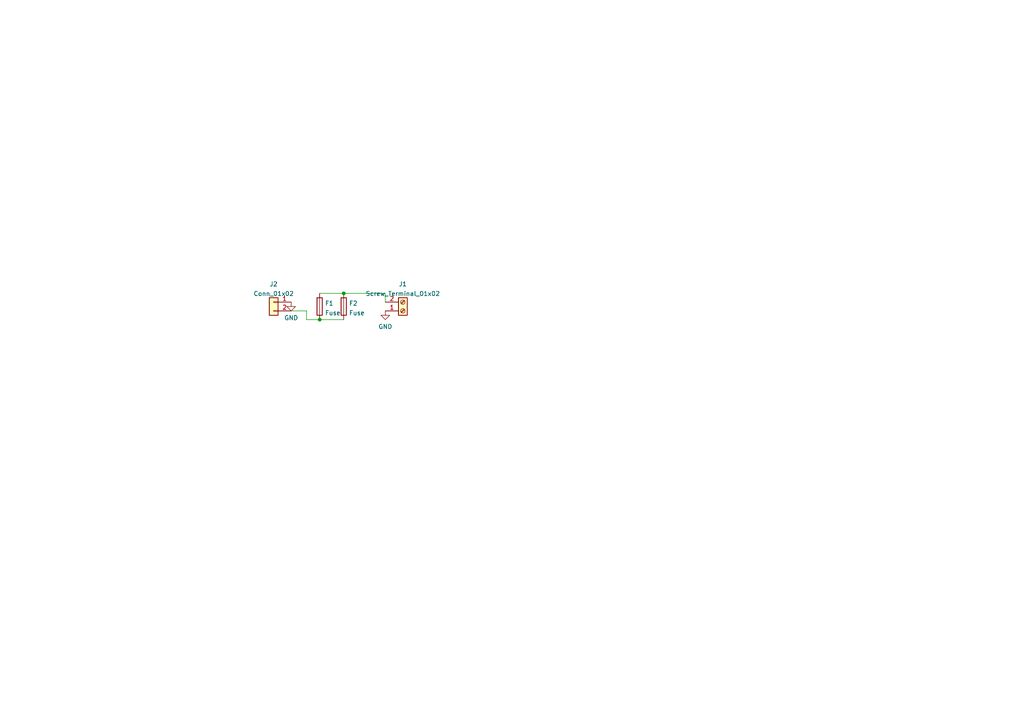
<source format=kicad_sch>
(kicad_sch (version 20230121) (generator eeschema)
  (paper "A4")
  (lib_symbols
    (symbol "Connector:Screw_Terminal_01x02" (pin_names (offset 1.016) hide)
      (property "Reference" "J" (at 0 2.54 0))
      (property "Value" "Screw_Terminal_01x02" (at 0 -5.08 0))
      (symbol "Screw_Terminal_01x02_1_1"
        (rectangle (start -1.27 1.27) (end 1.27 -3.81) (stroke (width 0.254)) (fill (type background)))
        (circle (center 0 -2.54) (radius 0.635) (stroke (width 0.1524)))
        (polyline (pts (xy -0.5334 -2.2098) (xy 0.3302 -3.048)) (stroke (width 0.1524)))
        (polyline (pts (xy -0.5334 0.3302) (xy 0.3302 -0.508)) (stroke (width 0.1524)))
        (polyline (pts (xy -0.3556 -2.032) (xy 0.508 -2.8702)) (stroke (width 0.1524)))
        (polyline (pts (xy -0.3556 0.508) (xy 0.508 -0.3302)) (stroke (width 0.1524)))
        (circle (center 0 0) (radius 0.635) (stroke (width 0.1524)))
        (pin passive line (at -5.08 0 0) (length 3.81) (name "Pin_1") (number "1"))
        (pin passive line (at -5.08 -2.54 0) (length 3.81) (name "Pin_2") (number "2"))
      )
    )
    (symbol "Connector_Generic:Conn_01x02" (pin_names (offset 1.016) hide)
      (property "Reference" "J" (at 0 2.54 0))
      (property "Value" "Conn_01x02" (at 0 -5.08 0))
      (symbol "Conn_01x02_1_1"
        (rectangle (start -1.27 -2.413) (end 0 -2.667) (stroke (width 0.1524)))
        (rectangle (start -1.27 0.127) (end 0 -0.127) (stroke (width 0.1524)))
        (rectangle (start -1.27 1.27) (end 1.27 -3.81) (stroke (width 0.254)) (fill (type background)))
        (pin passive line (at -5.08 0 0) (length 3.81) (name "Pin_1") (number "1"))
        (pin passive line (at -5.08 -2.54 0) (length 3.81) (name "Pin_2") (number "2"))
      )
    )
    (symbol "Device:Fuse" (pin_numbers hide) (pin_names (offset 0))
      (property "Reference" "F" (at 2.032 0 90))
      (property "Value" "Fuse" (at -1.905 0 90))
      (symbol "Fuse_0_1"
        (rectangle (start -0.762 -2.54) (end 0.762 2.54) (stroke (width 0.254)))
        (polyline (pts (xy 0 2.54) (xy 0 -2.54)))
      )
      (symbol "Fuse_1_1"
        (pin passive line (at 0 3.81 270) (length 1.27) (name "~") (number "1"))
        (pin passive line (at 0 -3.81 90) (length 1.27) (name "~") (number "2"))
      )
    )
    (symbol "donutbrary:GND" (power) (pin_names (offset 0))
      (property "Value" "GND" (at 0 -3.81 0))
      (symbol "GND_0_1"
        (polyline (pts (xy 0 0) (xy 0 -1.27) (xy 1.27 -1.27) (xy 0 -2.54) (xy -1.27 -1.27) (xy 0 -1.27)))
      )
      (symbol "GND_1_1"
        (pin power_in line (at 0 0 270) (length 0) hide (name "GND") (number "1"))
      )
    )
  )
  (junction (at 92.71 92.71))
  (junction (at 99.695 85.09))
  (wire (pts (xy 88.9 92.71) (xy 92.71 92.71)))
  (wire (pts (xy 99.695 85.09) (xy 111.76 85.09)))
  (wire (pts (xy 84.455 90.17) (xy 88.9 90.17)))
  (wire (pts (xy 92.71 92.71) (xy 99.695 92.71)))
  (wire (pts (xy 111.76 85.09) (xy 111.76 87.63)))
  (wire (pts (xy 92.71 85.09) (xy 99.695 85.09)))
  (wire (pts (xy 88.9 90.17) (xy 88.9 92.71)))
  (symbol (lib_id "donutbrary:GND") (at 111.76 90.17 0) (unit 1)
    (property "Reference" "#PWR?" (effects hide))
    (property "Value" "GND" (at 111.76 94.7325 0))
  )
  (symbol (lib_id "donutbrary:GND") (at 84.455 87.63 0) (unit 1)
    (property "Reference" "#PWR?" (effects hide))
    (property "Value" "GND" (at 84.455 92.1925 0))
  )
  (symbol (lib_id "Device:Fuse") (at 92.71 88.9 0) (unit 1)
    (property "Reference" "F1" (at 94.234 87.9915 0) (effects (justify left)))
    (property "Value" "Fuse" (at 94.234 90.7666 0) (effects (justify left)))
    (property "Footprint" "Fuse:Fuseholder_Blade_ATO_Littelfuse_Pudenz_2_Pin" (effects hide))
  )
  (symbol (lib_id "Connector_Generic:Conn_01x02") (at 79.375 87.63 0) (mirror y) (unit 1)
    (property "Reference" "J2" (at 79.375 82.3935 0))
    (property "Value" "Conn_01x02" (at 79.375 85.1686 0))
    (property "Footprint" "donutbrary:Amass_XT60PW-M_Kombifootprint" (effects hide))
  )
  (symbol (lib_id "Connector:Screw_Terminal_01x02") (at 116.84 90.17 0) (mirror x) (unit 1)
    (property "Reference" "J1" (at 116.84 82.3935 0))
    (property "Value" "Screw_Terminal_01x02" (at 116.84 85.1686 0))
    (property "Footprint" "donutbrary:Amass_XT60PW-M_Kombifootprint" (effects hide))
  )
  (symbol (lib_id "Device:Fuse") (at 99.695 88.9 180) (unit 1)
    (property "Reference" "F2" (at 101.219 87.9915 0) (effects (justify right)))
    (property "Value" "Fuse" (at 101.219 90.7666 0) (effects (justify right)))
    (property "Footprint" "Fuse:Fuseholder_Blade_Mini_Keystone_3568" (effects hide))
  )
)
</source>
